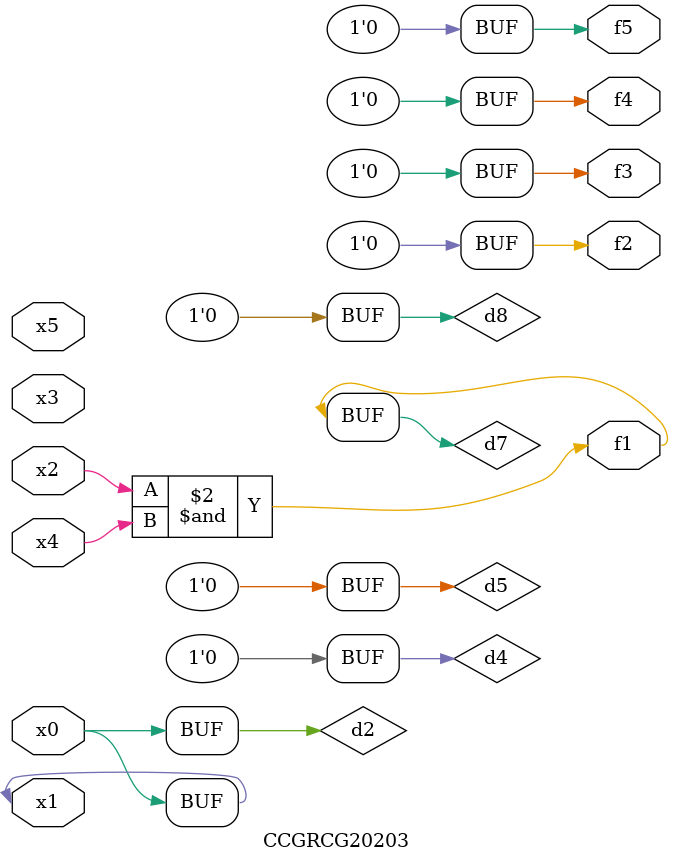
<source format=v>
module CCGRCG20203(
	input x0, x1, x2, x3, x4, x5,
	output f1, f2, f3, f4, f5
);

	wire d1, d2, d3, d4, d5, d6, d7, d8, d9;

	nand (d1, x1);
	buf (d2, x0, x1);
	nand (d3, x2, x4);
	and (d4, d1, d2);
	and (d5, d1, d2);
	nand (d6, d1, d3);
	not (d7, d3);
	xor (d8, d5);
	nor (d9, d5, d6);
	assign f1 = d7;
	assign f2 = d8;
	assign f3 = d8;
	assign f4 = d8;
	assign f5 = d8;
endmodule

</source>
